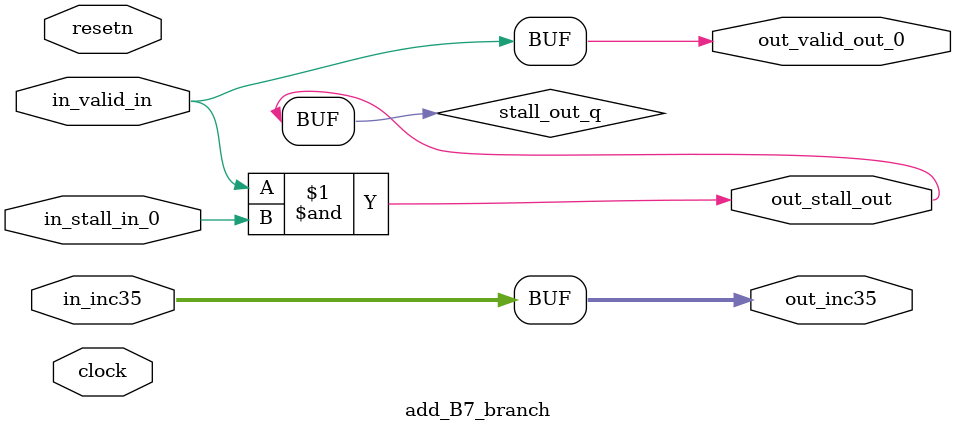
<source format=sv>



(* altera_attribute = "-name AUTO_SHIFT_REGISTER_RECOGNITION OFF; -name MESSAGE_DISABLE 10036; -name MESSAGE_DISABLE 10037; -name MESSAGE_DISABLE 14130; -name MESSAGE_DISABLE 14320; -name MESSAGE_DISABLE 15400; -name MESSAGE_DISABLE 14130; -name MESSAGE_DISABLE 10036; -name MESSAGE_DISABLE 12020; -name MESSAGE_DISABLE 12030; -name MESSAGE_DISABLE 12010; -name MESSAGE_DISABLE 12110; -name MESSAGE_DISABLE 14320; -name MESSAGE_DISABLE 13410; -name MESSAGE_DISABLE 113007; -name MESSAGE_DISABLE 10958" *)
module add_B7_branch (
    input wire [31:0] in_inc35,
    input wire [0:0] in_stall_in_0,
    input wire [0:0] in_valid_in,
    output wire [31:0] out_inc35,
    output wire [0:0] out_stall_out,
    output wire [0:0] out_valid_out_0,
    input wire clock,
    input wire resetn
    );

    wire [0:0] stall_out_q;


    // out_inc35(GPOUT,5)
    assign out_inc35 = in_inc35;

    // stall_out(LOGICAL,8)
    assign stall_out_q = in_valid_in & in_stall_in_0;

    // out_stall_out(GPOUT,6)
    assign out_stall_out = stall_out_q;

    // out_valid_out_0(GPOUT,7)
    assign out_valid_out_0 = in_valid_in;

endmodule

</source>
